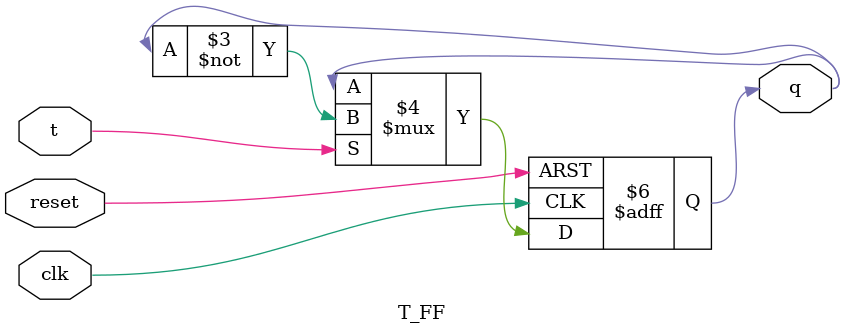
<source format=v>
module T_FF (q, t, clk, reset);
output q;
input t, clk, reset;
reg q;
//όταν φτάσει η αρνητική ακμή ή το reset τότε το flip flop ενεργοποιείται
always @ (posedge reset or negedge clk)
	//αν reset=1 τοτε η εξοδος γίνεται 0
    if (reset)
        #1 q <= 1'b0;
	//ενώ αν reset=0 και toggle=1 τότε αντιστρέφεται η είσοδος
    else if (t == 1)
        #2 q <= ~q;
endmodule

</source>
